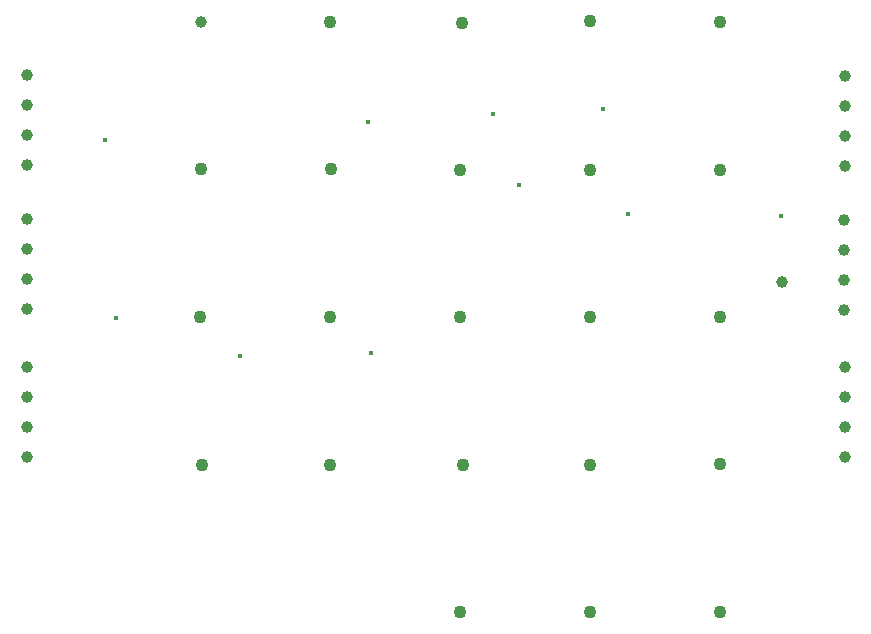
<source format=gbr>
%TF.GenerationSoftware,KiCad,Pcbnew,(5.1.10)-1*%
%TF.CreationDate,2021-10-13T00:17:18-04:00*%
%TF.ProjectId,po_midi_adapter,706f5f6d-6964-4695-9f61-646170746572,rev?*%
%TF.SameCoordinates,PX5f57d00PY76b1be0*%
%TF.FileFunction,Plated,1,2,PTH,Drill*%
%TF.FilePolarity,Positive*%
%FSLAX46Y46*%
G04 Gerber Fmt 4.6, Leading zero omitted, Abs format (unit mm)*
G04 Created by KiCad (PCBNEW (5.1.10)-1) date 2021-10-13 00:17:18*
%MOMM*%
%LPD*%
G01*
G04 APERTURE LIST*
%TA.AperFunction,ViaDrill*%
%ADD10C,0.400000*%
%TD*%
%TA.AperFunction,ComponentDrill*%
%ADD11C,1.000000*%
%TD*%
%TA.AperFunction,ComponentDrill*%
%ADD12C,1.100000*%
%TD*%
G04 APERTURE END LIST*
D10*
X12166600Y50571400D03*
X13081000Y35433000D03*
X23596600Y32258000D03*
X34442400Y52019200D03*
X34696400Y32512000D03*
X45008800Y52730400D03*
X47244000Y46710600D03*
X54330600Y53162200D03*
X56489600Y44272200D03*
X69367400Y44119800D03*
D11*
%TO.C,J33*%
X5537200Y31318200D03*
X5537200Y28778200D03*
X5537200Y26238200D03*
X5537200Y23698200D03*
%TO.C,J29*%
X5562600Y43815000D03*
X5562600Y41275000D03*
X5562600Y38735000D03*
X5562600Y36195000D03*
%TO.C,J32*%
X5588000Y56032400D03*
X5588000Y53492400D03*
X5588000Y50952400D03*
X5588000Y48412400D03*
%TO.C,J18*%
X20294600Y60553600D03*
%TO.C,J31*%
X69469000Y38506400D03*
%TO.C,J27*%
X74777600Y43764200D03*
X74777600Y41224200D03*
X74777600Y38684200D03*
X74777600Y36144200D03*
%TO.C,J30*%
X74803000Y55981600D03*
X74803000Y53441600D03*
X74803000Y50901600D03*
X74803000Y48361600D03*
%TO.C,J26*%
X74803000Y31343600D03*
X74803000Y28803600D03*
X74803000Y26263600D03*
X74803000Y23723600D03*
D12*
%TO.C,J23*%
X20243800Y35534600D03*
%TO.C,J24*%
X20269200Y48056800D03*
%TO.C,J15*%
X20421600Y23012400D03*
%TO.C,J25*%
X31242000Y60553600D03*
%TO.C,J11*%
X31242000Y35534600D03*
%TO.C,J22*%
X31242000Y23037800D03*
%TO.C,J14*%
X31267400Y48056800D03*
%TO.C,J28*%
X42265600Y48031400D03*
%TO.C,J10*%
X42265600Y35585400D03*
%TO.C,J21*%
X42265600Y10566400D03*
%TO.C,J7*%
X42392600Y60477400D03*
%TO.C,J4*%
X42519600Y23012400D03*
%TO.C,J16*%
X53238400Y60579000D03*
%TO.C,J20*%
X53238400Y10541000D03*
%TO.C,J13*%
X53258720Y48031400D03*
%TO.C,J9*%
X53263800Y35534600D03*
%TO.C,J5*%
X53263800Y23037800D03*
%TO.C,J12*%
X64236600Y48031400D03*
%TO.C,J8*%
X64236600Y35521900D03*
%TO.C,J17*%
X64262000Y60553600D03*
%TO.C,J6*%
X64262000Y23063200D03*
%TO.C,J19*%
X64262000Y10541000D03*
M02*

</source>
